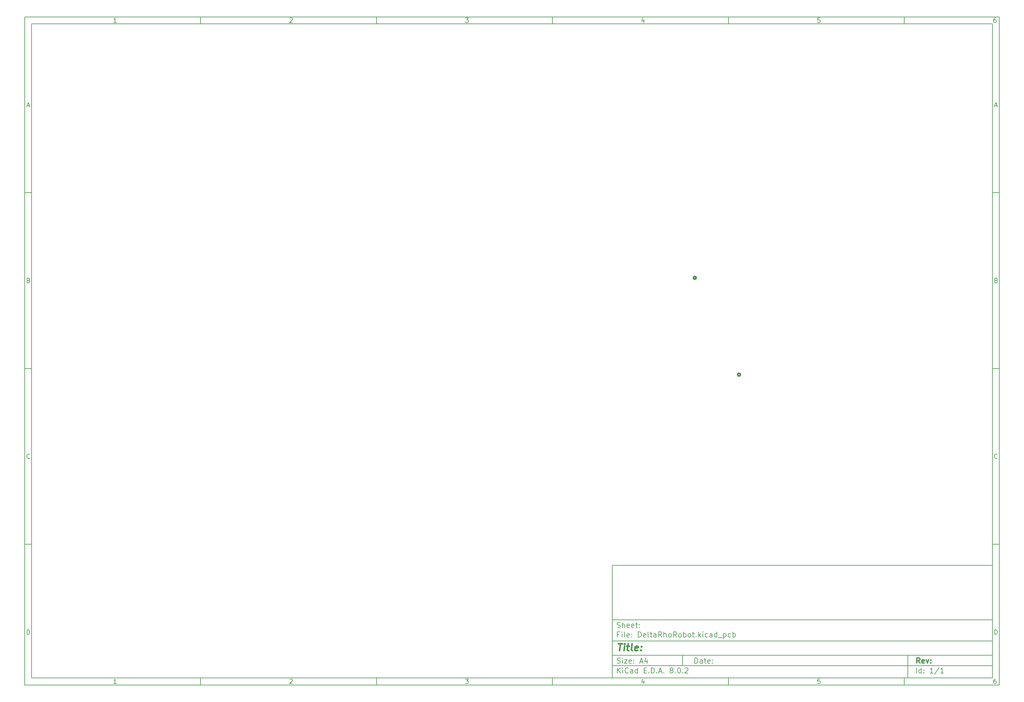
<source format=gbr>
%TF.GenerationSoftware,KiCad,Pcbnew,8.0.2-8.0.2-0~ubuntu22.04.1*%
%TF.CreationDate,2024-05-21T13:10:04-04:00*%
%TF.ProjectId,DeltaRhoRobot,44656c74-6152-4686-9f52-6f626f742e6b,rev?*%
%TF.SameCoordinates,Original*%
%TF.FileFunction,Legend,Bot*%
%TF.FilePolarity,Positive*%
%FSLAX46Y46*%
G04 Gerber Fmt 4.6, Leading zero omitted, Abs format (unit mm)*
G04 Created by KiCad (PCBNEW 8.0.2-8.0.2-0~ubuntu22.04.1) date 2024-05-21 13:10:04*
%MOMM*%
%LPD*%
G01*
G04 APERTURE LIST*
%ADD10C,0.100000*%
%ADD11C,0.150000*%
%ADD12C,0.300000*%
%ADD13C,0.400000*%
%ADD14C,0.508000*%
G04 APERTURE END LIST*
D10*
D11*
X177002200Y-166007200D02*
X285002200Y-166007200D01*
X285002200Y-198007200D01*
X177002200Y-198007200D01*
X177002200Y-166007200D01*
D10*
D11*
X10000000Y-10000000D02*
X287002200Y-10000000D01*
X287002200Y-200007200D01*
X10000000Y-200007200D01*
X10000000Y-10000000D01*
D10*
D11*
X12000000Y-12000000D02*
X285002200Y-12000000D01*
X285002200Y-198007200D01*
X12000000Y-198007200D01*
X12000000Y-12000000D01*
D10*
D11*
X60000000Y-12000000D02*
X60000000Y-10000000D01*
D10*
D11*
X110000000Y-12000000D02*
X110000000Y-10000000D01*
D10*
D11*
X160000000Y-12000000D02*
X160000000Y-10000000D01*
D10*
D11*
X210000000Y-12000000D02*
X210000000Y-10000000D01*
D10*
D11*
X260000000Y-12000000D02*
X260000000Y-10000000D01*
D10*
D11*
X36089160Y-11593604D02*
X35346303Y-11593604D01*
X35717731Y-11593604D02*
X35717731Y-10293604D01*
X35717731Y-10293604D02*
X35593922Y-10479319D01*
X35593922Y-10479319D02*
X35470112Y-10603128D01*
X35470112Y-10603128D02*
X35346303Y-10665033D01*
D10*
D11*
X85346303Y-10417414D02*
X85408207Y-10355509D01*
X85408207Y-10355509D02*
X85532017Y-10293604D01*
X85532017Y-10293604D02*
X85841541Y-10293604D01*
X85841541Y-10293604D02*
X85965350Y-10355509D01*
X85965350Y-10355509D02*
X86027255Y-10417414D01*
X86027255Y-10417414D02*
X86089160Y-10541223D01*
X86089160Y-10541223D02*
X86089160Y-10665033D01*
X86089160Y-10665033D02*
X86027255Y-10850747D01*
X86027255Y-10850747D02*
X85284398Y-11593604D01*
X85284398Y-11593604D02*
X86089160Y-11593604D01*
D10*
D11*
X135284398Y-10293604D02*
X136089160Y-10293604D01*
X136089160Y-10293604D02*
X135655826Y-10788842D01*
X135655826Y-10788842D02*
X135841541Y-10788842D01*
X135841541Y-10788842D02*
X135965350Y-10850747D01*
X135965350Y-10850747D02*
X136027255Y-10912652D01*
X136027255Y-10912652D02*
X136089160Y-11036461D01*
X136089160Y-11036461D02*
X136089160Y-11345985D01*
X136089160Y-11345985D02*
X136027255Y-11469795D01*
X136027255Y-11469795D02*
X135965350Y-11531700D01*
X135965350Y-11531700D02*
X135841541Y-11593604D01*
X135841541Y-11593604D02*
X135470112Y-11593604D01*
X135470112Y-11593604D02*
X135346303Y-11531700D01*
X135346303Y-11531700D02*
X135284398Y-11469795D01*
D10*
D11*
X185965350Y-10726938D02*
X185965350Y-11593604D01*
X185655826Y-10231700D02*
X185346303Y-11160271D01*
X185346303Y-11160271D02*
X186151064Y-11160271D01*
D10*
D11*
X236027255Y-10293604D02*
X235408207Y-10293604D01*
X235408207Y-10293604D02*
X235346303Y-10912652D01*
X235346303Y-10912652D02*
X235408207Y-10850747D01*
X235408207Y-10850747D02*
X235532017Y-10788842D01*
X235532017Y-10788842D02*
X235841541Y-10788842D01*
X235841541Y-10788842D02*
X235965350Y-10850747D01*
X235965350Y-10850747D02*
X236027255Y-10912652D01*
X236027255Y-10912652D02*
X236089160Y-11036461D01*
X236089160Y-11036461D02*
X236089160Y-11345985D01*
X236089160Y-11345985D02*
X236027255Y-11469795D01*
X236027255Y-11469795D02*
X235965350Y-11531700D01*
X235965350Y-11531700D02*
X235841541Y-11593604D01*
X235841541Y-11593604D02*
X235532017Y-11593604D01*
X235532017Y-11593604D02*
X235408207Y-11531700D01*
X235408207Y-11531700D02*
X235346303Y-11469795D01*
D10*
D11*
X285965350Y-10293604D02*
X285717731Y-10293604D01*
X285717731Y-10293604D02*
X285593922Y-10355509D01*
X285593922Y-10355509D02*
X285532017Y-10417414D01*
X285532017Y-10417414D02*
X285408207Y-10603128D01*
X285408207Y-10603128D02*
X285346303Y-10850747D01*
X285346303Y-10850747D02*
X285346303Y-11345985D01*
X285346303Y-11345985D02*
X285408207Y-11469795D01*
X285408207Y-11469795D02*
X285470112Y-11531700D01*
X285470112Y-11531700D02*
X285593922Y-11593604D01*
X285593922Y-11593604D02*
X285841541Y-11593604D01*
X285841541Y-11593604D02*
X285965350Y-11531700D01*
X285965350Y-11531700D02*
X286027255Y-11469795D01*
X286027255Y-11469795D02*
X286089160Y-11345985D01*
X286089160Y-11345985D02*
X286089160Y-11036461D01*
X286089160Y-11036461D02*
X286027255Y-10912652D01*
X286027255Y-10912652D02*
X285965350Y-10850747D01*
X285965350Y-10850747D02*
X285841541Y-10788842D01*
X285841541Y-10788842D02*
X285593922Y-10788842D01*
X285593922Y-10788842D02*
X285470112Y-10850747D01*
X285470112Y-10850747D02*
X285408207Y-10912652D01*
X285408207Y-10912652D02*
X285346303Y-11036461D01*
D10*
D11*
X60000000Y-198007200D02*
X60000000Y-200007200D01*
D10*
D11*
X110000000Y-198007200D02*
X110000000Y-200007200D01*
D10*
D11*
X160000000Y-198007200D02*
X160000000Y-200007200D01*
D10*
D11*
X210000000Y-198007200D02*
X210000000Y-200007200D01*
D10*
D11*
X260000000Y-198007200D02*
X260000000Y-200007200D01*
D10*
D11*
X36089160Y-199600804D02*
X35346303Y-199600804D01*
X35717731Y-199600804D02*
X35717731Y-198300804D01*
X35717731Y-198300804D02*
X35593922Y-198486519D01*
X35593922Y-198486519D02*
X35470112Y-198610328D01*
X35470112Y-198610328D02*
X35346303Y-198672233D01*
D10*
D11*
X85346303Y-198424614D02*
X85408207Y-198362709D01*
X85408207Y-198362709D02*
X85532017Y-198300804D01*
X85532017Y-198300804D02*
X85841541Y-198300804D01*
X85841541Y-198300804D02*
X85965350Y-198362709D01*
X85965350Y-198362709D02*
X86027255Y-198424614D01*
X86027255Y-198424614D02*
X86089160Y-198548423D01*
X86089160Y-198548423D02*
X86089160Y-198672233D01*
X86089160Y-198672233D02*
X86027255Y-198857947D01*
X86027255Y-198857947D02*
X85284398Y-199600804D01*
X85284398Y-199600804D02*
X86089160Y-199600804D01*
D10*
D11*
X135284398Y-198300804D02*
X136089160Y-198300804D01*
X136089160Y-198300804D02*
X135655826Y-198796042D01*
X135655826Y-198796042D02*
X135841541Y-198796042D01*
X135841541Y-198796042D02*
X135965350Y-198857947D01*
X135965350Y-198857947D02*
X136027255Y-198919852D01*
X136027255Y-198919852D02*
X136089160Y-199043661D01*
X136089160Y-199043661D02*
X136089160Y-199353185D01*
X136089160Y-199353185D02*
X136027255Y-199476995D01*
X136027255Y-199476995D02*
X135965350Y-199538900D01*
X135965350Y-199538900D02*
X135841541Y-199600804D01*
X135841541Y-199600804D02*
X135470112Y-199600804D01*
X135470112Y-199600804D02*
X135346303Y-199538900D01*
X135346303Y-199538900D02*
X135284398Y-199476995D01*
D10*
D11*
X185965350Y-198734138D02*
X185965350Y-199600804D01*
X185655826Y-198238900D02*
X185346303Y-199167471D01*
X185346303Y-199167471D02*
X186151064Y-199167471D01*
D10*
D11*
X236027255Y-198300804D02*
X235408207Y-198300804D01*
X235408207Y-198300804D02*
X235346303Y-198919852D01*
X235346303Y-198919852D02*
X235408207Y-198857947D01*
X235408207Y-198857947D02*
X235532017Y-198796042D01*
X235532017Y-198796042D02*
X235841541Y-198796042D01*
X235841541Y-198796042D02*
X235965350Y-198857947D01*
X235965350Y-198857947D02*
X236027255Y-198919852D01*
X236027255Y-198919852D02*
X236089160Y-199043661D01*
X236089160Y-199043661D02*
X236089160Y-199353185D01*
X236089160Y-199353185D02*
X236027255Y-199476995D01*
X236027255Y-199476995D02*
X235965350Y-199538900D01*
X235965350Y-199538900D02*
X235841541Y-199600804D01*
X235841541Y-199600804D02*
X235532017Y-199600804D01*
X235532017Y-199600804D02*
X235408207Y-199538900D01*
X235408207Y-199538900D02*
X235346303Y-199476995D01*
D10*
D11*
X285965350Y-198300804D02*
X285717731Y-198300804D01*
X285717731Y-198300804D02*
X285593922Y-198362709D01*
X285593922Y-198362709D02*
X285532017Y-198424614D01*
X285532017Y-198424614D02*
X285408207Y-198610328D01*
X285408207Y-198610328D02*
X285346303Y-198857947D01*
X285346303Y-198857947D02*
X285346303Y-199353185D01*
X285346303Y-199353185D02*
X285408207Y-199476995D01*
X285408207Y-199476995D02*
X285470112Y-199538900D01*
X285470112Y-199538900D02*
X285593922Y-199600804D01*
X285593922Y-199600804D02*
X285841541Y-199600804D01*
X285841541Y-199600804D02*
X285965350Y-199538900D01*
X285965350Y-199538900D02*
X286027255Y-199476995D01*
X286027255Y-199476995D02*
X286089160Y-199353185D01*
X286089160Y-199353185D02*
X286089160Y-199043661D01*
X286089160Y-199043661D02*
X286027255Y-198919852D01*
X286027255Y-198919852D02*
X285965350Y-198857947D01*
X285965350Y-198857947D02*
X285841541Y-198796042D01*
X285841541Y-198796042D02*
X285593922Y-198796042D01*
X285593922Y-198796042D02*
X285470112Y-198857947D01*
X285470112Y-198857947D02*
X285408207Y-198919852D01*
X285408207Y-198919852D02*
X285346303Y-199043661D01*
D10*
D11*
X10000000Y-60000000D02*
X12000000Y-60000000D01*
D10*
D11*
X10000000Y-110000000D02*
X12000000Y-110000000D01*
D10*
D11*
X10000000Y-160000000D02*
X12000000Y-160000000D01*
D10*
D11*
X10690476Y-35222176D02*
X11309523Y-35222176D01*
X10566666Y-35593604D02*
X10999999Y-34293604D01*
X10999999Y-34293604D02*
X11433333Y-35593604D01*
D10*
D11*
X11092857Y-84912652D02*
X11278571Y-84974557D01*
X11278571Y-84974557D02*
X11340476Y-85036461D01*
X11340476Y-85036461D02*
X11402380Y-85160271D01*
X11402380Y-85160271D02*
X11402380Y-85345985D01*
X11402380Y-85345985D02*
X11340476Y-85469795D01*
X11340476Y-85469795D02*
X11278571Y-85531700D01*
X11278571Y-85531700D02*
X11154761Y-85593604D01*
X11154761Y-85593604D02*
X10659523Y-85593604D01*
X10659523Y-85593604D02*
X10659523Y-84293604D01*
X10659523Y-84293604D02*
X11092857Y-84293604D01*
X11092857Y-84293604D02*
X11216666Y-84355509D01*
X11216666Y-84355509D02*
X11278571Y-84417414D01*
X11278571Y-84417414D02*
X11340476Y-84541223D01*
X11340476Y-84541223D02*
X11340476Y-84665033D01*
X11340476Y-84665033D02*
X11278571Y-84788842D01*
X11278571Y-84788842D02*
X11216666Y-84850747D01*
X11216666Y-84850747D02*
X11092857Y-84912652D01*
X11092857Y-84912652D02*
X10659523Y-84912652D01*
D10*
D11*
X11402380Y-135469795D02*
X11340476Y-135531700D01*
X11340476Y-135531700D02*
X11154761Y-135593604D01*
X11154761Y-135593604D02*
X11030952Y-135593604D01*
X11030952Y-135593604D02*
X10845238Y-135531700D01*
X10845238Y-135531700D02*
X10721428Y-135407890D01*
X10721428Y-135407890D02*
X10659523Y-135284080D01*
X10659523Y-135284080D02*
X10597619Y-135036461D01*
X10597619Y-135036461D02*
X10597619Y-134850747D01*
X10597619Y-134850747D02*
X10659523Y-134603128D01*
X10659523Y-134603128D02*
X10721428Y-134479319D01*
X10721428Y-134479319D02*
X10845238Y-134355509D01*
X10845238Y-134355509D02*
X11030952Y-134293604D01*
X11030952Y-134293604D02*
X11154761Y-134293604D01*
X11154761Y-134293604D02*
X11340476Y-134355509D01*
X11340476Y-134355509D02*
X11402380Y-134417414D01*
D10*
D11*
X10659523Y-185593604D02*
X10659523Y-184293604D01*
X10659523Y-184293604D02*
X10969047Y-184293604D01*
X10969047Y-184293604D02*
X11154761Y-184355509D01*
X11154761Y-184355509D02*
X11278571Y-184479319D01*
X11278571Y-184479319D02*
X11340476Y-184603128D01*
X11340476Y-184603128D02*
X11402380Y-184850747D01*
X11402380Y-184850747D02*
X11402380Y-185036461D01*
X11402380Y-185036461D02*
X11340476Y-185284080D01*
X11340476Y-185284080D02*
X11278571Y-185407890D01*
X11278571Y-185407890D02*
X11154761Y-185531700D01*
X11154761Y-185531700D02*
X10969047Y-185593604D01*
X10969047Y-185593604D02*
X10659523Y-185593604D01*
D10*
D11*
X287002200Y-60000000D02*
X285002200Y-60000000D01*
D10*
D11*
X287002200Y-110000000D02*
X285002200Y-110000000D01*
D10*
D11*
X287002200Y-160000000D02*
X285002200Y-160000000D01*
D10*
D11*
X285692676Y-35222176D02*
X286311723Y-35222176D01*
X285568866Y-35593604D02*
X286002199Y-34293604D01*
X286002199Y-34293604D02*
X286435533Y-35593604D01*
D10*
D11*
X286095057Y-84912652D02*
X286280771Y-84974557D01*
X286280771Y-84974557D02*
X286342676Y-85036461D01*
X286342676Y-85036461D02*
X286404580Y-85160271D01*
X286404580Y-85160271D02*
X286404580Y-85345985D01*
X286404580Y-85345985D02*
X286342676Y-85469795D01*
X286342676Y-85469795D02*
X286280771Y-85531700D01*
X286280771Y-85531700D02*
X286156961Y-85593604D01*
X286156961Y-85593604D02*
X285661723Y-85593604D01*
X285661723Y-85593604D02*
X285661723Y-84293604D01*
X285661723Y-84293604D02*
X286095057Y-84293604D01*
X286095057Y-84293604D02*
X286218866Y-84355509D01*
X286218866Y-84355509D02*
X286280771Y-84417414D01*
X286280771Y-84417414D02*
X286342676Y-84541223D01*
X286342676Y-84541223D02*
X286342676Y-84665033D01*
X286342676Y-84665033D02*
X286280771Y-84788842D01*
X286280771Y-84788842D02*
X286218866Y-84850747D01*
X286218866Y-84850747D02*
X286095057Y-84912652D01*
X286095057Y-84912652D02*
X285661723Y-84912652D01*
D10*
D11*
X286404580Y-135469795D02*
X286342676Y-135531700D01*
X286342676Y-135531700D02*
X286156961Y-135593604D01*
X286156961Y-135593604D02*
X286033152Y-135593604D01*
X286033152Y-135593604D02*
X285847438Y-135531700D01*
X285847438Y-135531700D02*
X285723628Y-135407890D01*
X285723628Y-135407890D02*
X285661723Y-135284080D01*
X285661723Y-135284080D02*
X285599819Y-135036461D01*
X285599819Y-135036461D02*
X285599819Y-134850747D01*
X285599819Y-134850747D02*
X285661723Y-134603128D01*
X285661723Y-134603128D02*
X285723628Y-134479319D01*
X285723628Y-134479319D02*
X285847438Y-134355509D01*
X285847438Y-134355509D02*
X286033152Y-134293604D01*
X286033152Y-134293604D02*
X286156961Y-134293604D01*
X286156961Y-134293604D02*
X286342676Y-134355509D01*
X286342676Y-134355509D02*
X286404580Y-134417414D01*
D10*
D11*
X285661723Y-185593604D02*
X285661723Y-184293604D01*
X285661723Y-184293604D02*
X285971247Y-184293604D01*
X285971247Y-184293604D02*
X286156961Y-184355509D01*
X286156961Y-184355509D02*
X286280771Y-184479319D01*
X286280771Y-184479319D02*
X286342676Y-184603128D01*
X286342676Y-184603128D02*
X286404580Y-184850747D01*
X286404580Y-184850747D02*
X286404580Y-185036461D01*
X286404580Y-185036461D02*
X286342676Y-185284080D01*
X286342676Y-185284080D02*
X286280771Y-185407890D01*
X286280771Y-185407890D02*
X286156961Y-185531700D01*
X286156961Y-185531700D02*
X285971247Y-185593604D01*
X285971247Y-185593604D02*
X285661723Y-185593604D01*
D10*
D11*
X200458026Y-193793328D02*
X200458026Y-192293328D01*
X200458026Y-192293328D02*
X200815169Y-192293328D01*
X200815169Y-192293328D02*
X201029455Y-192364757D01*
X201029455Y-192364757D02*
X201172312Y-192507614D01*
X201172312Y-192507614D02*
X201243741Y-192650471D01*
X201243741Y-192650471D02*
X201315169Y-192936185D01*
X201315169Y-192936185D02*
X201315169Y-193150471D01*
X201315169Y-193150471D02*
X201243741Y-193436185D01*
X201243741Y-193436185D02*
X201172312Y-193579042D01*
X201172312Y-193579042D02*
X201029455Y-193721900D01*
X201029455Y-193721900D02*
X200815169Y-193793328D01*
X200815169Y-193793328D02*
X200458026Y-193793328D01*
X202600884Y-193793328D02*
X202600884Y-193007614D01*
X202600884Y-193007614D02*
X202529455Y-192864757D01*
X202529455Y-192864757D02*
X202386598Y-192793328D01*
X202386598Y-192793328D02*
X202100884Y-192793328D01*
X202100884Y-192793328D02*
X201958026Y-192864757D01*
X202600884Y-193721900D02*
X202458026Y-193793328D01*
X202458026Y-193793328D02*
X202100884Y-193793328D01*
X202100884Y-193793328D02*
X201958026Y-193721900D01*
X201958026Y-193721900D02*
X201886598Y-193579042D01*
X201886598Y-193579042D02*
X201886598Y-193436185D01*
X201886598Y-193436185D02*
X201958026Y-193293328D01*
X201958026Y-193293328D02*
X202100884Y-193221900D01*
X202100884Y-193221900D02*
X202458026Y-193221900D01*
X202458026Y-193221900D02*
X202600884Y-193150471D01*
X203100884Y-192793328D02*
X203672312Y-192793328D01*
X203315169Y-192293328D02*
X203315169Y-193579042D01*
X203315169Y-193579042D02*
X203386598Y-193721900D01*
X203386598Y-193721900D02*
X203529455Y-193793328D01*
X203529455Y-193793328D02*
X203672312Y-193793328D01*
X204743741Y-193721900D02*
X204600884Y-193793328D01*
X204600884Y-193793328D02*
X204315170Y-193793328D01*
X204315170Y-193793328D02*
X204172312Y-193721900D01*
X204172312Y-193721900D02*
X204100884Y-193579042D01*
X204100884Y-193579042D02*
X204100884Y-193007614D01*
X204100884Y-193007614D02*
X204172312Y-192864757D01*
X204172312Y-192864757D02*
X204315170Y-192793328D01*
X204315170Y-192793328D02*
X204600884Y-192793328D01*
X204600884Y-192793328D02*
X204743741Y-192864757D01*
X204743741Y-192864757D02*
X204815170Y-193007614D01*
X204815170Y-193007614D02*
X204815170Y-193150471D01*
X204815170Y-193150471D02*
X204100884Y-193293328D01*
X205458026Y-193650471D02*
X205529455Y-193721900D01*
X205529455Y-193721900D02*
X205458026Y-193793328D01*
X205458026Y-193793328D02*
X205386598Y-193721900D01*
X205386598Y-193721900D02*
X205458026Y-193650471D01*
X205458026Y-193650471D02*
X205458026Y-193793328D01*
X205458026Y-192864757D02*
X205529455Y-192936185D01*
X205529455Y-192936185D02*
X205458026Y-193007614D01*
X205458026Y-193007614D02*
X205386598Y-192936185D01*
X205386598Y-192936185D02*
X205458026Y-192864757D01*
X205458026Y-192864757D02*
X205458026Y-193007614D01*
D10*
D11*
X177002200Y-194507200D02*
X285002200Y-194507200D01*
D10*
D11*
X178458026Y-196593328D02*
X178458026Y-195093328D01*
X179315169Y-196593328D02*
X178672312Y-195736185D01*
X179315169Y-195093328D02*
X178458026Y-195950471D01*
X179958026Y-196593328D02*
X179958026Y-195593328D01*
X179958026Y-195093328D02*
X179886598Y-195164757D01*
X179886598Y-195164757D02*
X179958026Y-195236185D01*
X179958026Y-195236185D02*
X180029455Y-195164757D01*
X180029455Y-195164757D02*
X179958026Y-195093328D01*
X179958026Y-195093328D02*
X179958026Y-195236185D01*
X181529455Y-196450471D02*
X181458027Y-196521900D01*
X181458027Y-196521900D02*
X181243741Y-196593328D01*
X181243741Y-196593328D02*
X181100884Y-196593328D01*
X181100884Y-196593328D02*
X180886598Y-196521900D01*
X180886598Y-196521900D02*
X180743741Y-196379042D01*
X180743741Y-196379042D02*
X180672312Y-196236185D01*
X180672312Y-196236185D02*
X180600884Y-195950471D01*
X180600884Y-195950471D02*
X180600884Y-195736185D01*
X180600884Y-195736185D02*
X180672312Y-195450471D01*
X180672312Y-195450471D02*
X180743741Y-195307614D01*
X180743741Y-195307614D02*
X180886598Y-195164757D01*
X180886598Y-195164757D02*
X181100884Y-195093328D01*
X181100884Y-195093328D02*
X181243741Y-195093328D01*
X181243741Y-195093328D02*
X181458027Y-195164757D01*
X181458027Y-195164757D02*
X181529455Y-195236185D01*
X182815170Y-196593328D02*
X182815170Y-195807614D01*
X182815170Y-195807614D02*
X182743741Y-195664757D01*
X182743741Y-195664757D02*
X182600884Y-195593328D01*
X182600884Y-195593328D02*
X182315170Y-195593328D01*
X182315170Y-195593328D02*
X182172312Y-195664757D01*
X182815170Y-196521900D02*
X182672312Y-196593328D01*
X182672312Y-196593328D02*
X182315170Y-196593328D01*
X182315170Y-196593328D02*
X182172312Y-196521900D01*
X182172312Y-196521900D02*
X182100884Y-196379042D01*
X182100884Y-196379042D02*
X182100884Y-196236185D01*
X182100884Y-196236185D02*
X182172312Y-196093328D01*
X182172312Y-196093328D02*
X182315170Y-196021900D01*
X182315170Y-196021900D02*
X182672312Y-196021900D01*
X182672312Y-196021900D02*
X182815170Y-195950471D01*
X184172313Y-196593328D02*
X184172313Y-195093328D01*
X184172313Y-196521900D02*
X184029455Y-196593328D01*
X184029455Y-196593328D02*
X183743741Y-196593328D01*
X183743741Y-196593328D02*
X183600884Y-196521900D01*
X183600884Y-196521900D02*
X183529455Y-196450471D01*
X183529455Y-196450471D02*
X183458027Y-196307614D01*
X183458027Y-196307614D02*
X183458027Y-195879042D01*
X183458027Y-195879042D02*
X183529455Y-195736185D01*
X183529455Y-195736185D02*
X183600884Y-195664757D01*
X183600884Y-195664757D02*
X183743741Y-195593328D01*
X183743741Y-195593328D02*
X184029455Y-195593328D01*
X184029455Y-195593328D02*
X184172313Y-195664757D01*
X186029455Y-195807614D02*
X186529455Y-195807614D01*
X186743741Y-196593328D02*
X186029455Y-196593328D01*
X186029455Y-196593328D02*
X186029455Y-195093328D01*
X186029455Y-195093328D02*
X186743741Y-195093328D01*
X187386598Y-196450471D02*
X187458027Y-196521900D01*
X187458027Y-196521900D02*
X187386598Y-196593328D01*
X187386598Y-196593328D02*
X187315170Y-196521900D01*
X187315170Y-196521900D02*
X187386598Y-196450471D01*
X187386598Y-196450471D02*
X187386598Y-196593328D01*
X188100884Y-196593328D02*
X188100884Y-195093328D01*
X188100884Y-195093328D02*
X188458027Y-195093328D01*
X188458027Y-195093328D02*
X188672313Y-195164757D01*
X188672313Y-195164757D02*
X188815170Y-195307614D01*
X188815170Y-195307614D02*
X188886599Y-195450471D01*
X188886599Y-195450471D02*
X188958027Y-195736185D01*
X188958027Y-195736185D02*
X188958027Y-195950471D01*
X188958027Y-195950471D02*
X188886599Y-196236185D01*
X188886599Y-196236185D02*
X188815170Y-196379042D01*
X188815170Y-196379042D02*
X188672313Y-196521900D01*
X188672313Y-196521900D02*
X188458027Y-196593328D01*
X188458027Y-196593328D02*
X188100884Y-196593328D01*
X189600884Y-196450471D02*
X189672313Y-196521900D01*
X189672313Y-196521900D02*
X189600884Y-196593328D01*
X189600884Y-196593328D02*
X189529456Y-196521900D01*
X189529456Y-196521900D02*
X189600884Y-196450471D01*
X189600884Y-196450471D02*
X189600884Y-196593328D01*
X190243742Y-196164757D02*
X190958028Y-196164757D01*
X190100885Y-196593328D02*
X190600885Y-195093328D01*
X190600885Y-195093328D02*
X191100885Y-196593328D01*
X191600884Y-196450471D02*
X191672313Y-196521900D01*
X191672313Y-196521900D02*
X191600884Y-196593328D01*
X191600884Y-196593328D02*
X191529456Y-196521900D01*
X191529456Y-196521900D02*
X191600884Y-196450471D01*
X191600884Y-196450471D02*
X191600884Y-196593328D01*
X193672313Y-195736185D02*
X193529456Y-195664757D01*
X193529456Y-195664757D02*
X193458027Y-195593328D01*
X193458027Y-195593328D02*
X193386599Y-195450471D01*
X193386599Y-195450471D02*
X193386599Y-195379042D01*
X193386599Y-195379042D02*
X193458027Y-195236185D01*
X193458027Y-195236185D02*
X193529456Y-195164757D01*
X193529456Y-195164757D02*
X193672313Y-195093328D01*
X193672313Y-195093328D02*
X193958027Y-195093328D01*
X193958027Y-195093328D02*
X194100885Y-195164757D01*
X194100885Y-195164757D02*
X194172313Y-195236185D01*
X194172313Y-195236185D02*
X194243742Y-195379042D01*
X194243742Y-195379042D02*
X194243742Y-195450471D01*
X194243742Y-195450471D02*
X194172313Y-195593328D01*
X194172313Y-195593328D02*
X194100885Y-195664757D01*
X194100885Y-195664757D02*
X193958027Y-195736185D01*
X193958027Y-195736185D02*
X193672313Y-195736185D01*
X193672313Y-195736185D02*
X193529456Y-195807614D01*
X193529456Y-195807614D02*
X193458027Y-195879042D01*
X193458027Y-195879042D02*
X193386599Y-196021900D01*
X193386599Y-196021900D02*
X193386599Y-196307614D01*
X193386599Y-196307614D02*
X193458027Y-196450471D01*
X193458027Y-196450471D02*
X193529456Y-196521900D01*
X193529456Y-196521900D02*
X193672313Y-196593328D01*
X193672313Y-196593328D02*
X193958027Y-196593328D01*
X193958027Y-196593328D02*
X194100885Y-196521900D01*
X194100885Y-196521900D02*
X194172313Y-196450471D01*
X194172313Y-196450471D02*
X194243742Y-196307614D01*
X194243742Y-196307614D02*
X194243742Y-196021900D01*
X194243742Y-196021900D02*
X194172313Y-195879042D01*
X194172313Y-195879042D02*
X194100885Y-195807614D01*
X194100885Y-195807614D02*
X193958027Y-195736185D01*
X194886598Y-196450471D02*
X194958027Y-196521900D01*
X194958027Y-196521900D02*
X194886598Y-196593328D01*
X194886598Y-196593328D02*
X194815170Y-196521900D01*
X194815170Y-196521900D02*
X194886598Y-196450471D01*
X194886598Y-196450471D02*
X194886598Y-196593328D01*
X195886599Y-195093328D02*
X196029456Y-195093328D01*
X196029456Y-195093328D02*
X196172313Y-195164757D01*
X196172313Y-195164757D02*
X196243742Y-195236185D01*
X196243742Y-195236185D02*
X196315170Y-195379042D01*
X196315170Y-195379042D02*
X196386599Y-195664757D01*
X196386599Y-195664757D02*
X196386599Y-196021900D01*
X196386599Y-196021900D02*
X196315170Y-196307614D01*
X196315170Y-196307614D02*
X196243742Y-196450471D01*
X196243742Y-196450471D02*
X196172313Y-196521900D01*
X196172313Y-196521900D02*
X196029456Y-196593328D01*
X196029456Y-196593328D02*
X195886599Y-196593328D01*
X195886599Y-196593328D02*
X195743742Y-196521900D01*
X195743742Y-196521900D02*
X195672313Y-196450471D01*
X195672313Y-196450471D02*
X195600884Y-196307614D01*
X195600884Y-196307614D02*
X195529456Y-196021900D01*
X195529456Y-196021900D02*
X195529456Y-195664757D01*
X195529456Y-195664757D02*
X195600884Y-195379042D01*
X195600884Y-195379042D02*
X195672313Y-195236185D01*
X195672313Y-195236185D02*
X195743742Y-195164757D01*
X195743742Y-195164757D02*
X195886599Y-195093328D01*
X197029455Y-196450471D02*
X197100884Y-196521900D01*
X197100884Y-196521900D02*
X197029455Y-196593328D01*
X197029455Y-196593328D02*
X196958027Y-196521900D01*
X196958027Y-196521900D02*
X197029455Y-196450471D01*
X197029455Y-196450471D02*
X197029455Y-196593328D01*
X197672313Y-195236185D02*
X197743741Y-195164757D01*
X197743741Y-195164757D02*
X197886599Y-195093328D01*
X197886599Y-195093328D02*
X198243741Y-195093328D01*
X198243741Y-195093328D02*
X198386599Y-195164757D01*
X198386599Y-195164757D02*
X198458027Y-195236185D01*
X198458027Y-195236185D02*
X198529456Y-195379042D01*
X198529456Y-195379042D02*
X198529456Y-195521900D01*
X198529456Y-195521900D02*
X198458027Y-195736185D01*
X198458027Y-195736185D02*
X197600884Y-196593328D01*
X197600884Y-196593328D02*
X198529456Y-196593328D01*
D10*
D11*
X177002200Y-191507200D02*
X285002200Y-191507200D01*
D10*
D12*
X264413853Y-193785528D02*
X263913853Y-193071242D01*
X263556710Y-193785528D02*
X263556710Y-192285528D01*
X263556710Y-192285528D02*
X264128139Y-192285528D01*
X264128139Y-192285528D02*
X264270996Y-192356957D01*
X264270996Y-192356957D02*
X264342425Y-192428385D01*
X264342425Y-192428385D02*
X264413853Y-192571242D01*
X264413853Y-192571242D02*
X264413853Y-192785528D01*
X264413853Y-192785528D02*
X264342425Y-192928385D01*
X264342425Y-192928385D02*
X264270996Y-192999814D01*
X264270996Y-192999814D02*
X264128139Y-193071242D01*
X264128139Y-193071242D02*
X263556710Y-193071242D01*
X265628139Y-193714100D02*
X265485282Y-193785528D01*
X265485282Y-193785528D02*
X265199568Y-193785528D01*
X265199568Y-193785528D02*
X265056710Y-193714100D01*
X265056710Y-193714100D02*
X264985282Y-193571242D01*
X264985282Y-193571242D02*
X264985282Y-192999814D01*
X264985282Y-192999814D02*
X265056710Y-192856957D01*
X265056710Y-192856957D02*
X265199568Y-192785528D01*
X265199568Y-192785528D02*
X265485282Y-192785528D01*
X265485282Y-192785528D02*
X265628139Y-192856957D01*
X265628139Y-192856957D02*
X265699568Y-192999814D01*
X265699568Y-192999814D02*
X265699568Y-193142671D01*
X265699568Y-193142671D02*
X264985282Y-193285528D01*
X266199567Y-192785528D02*
X266556710Y-193785528D01*
X266556710Y-193785528D02*
X266913853Y-192785528D01*
X267485281Y-193642671D02*
X267556710Y-193714100D01*
X267556710Y-193714100D02*
X267485281Y-193785528D01*
X267485281Y-193785528D02*
X267413853Y-193714100D01*
X267413853Y-193714100D02*
X267485281Y-193642671D01*
X267485281Y-193642671D02*
X267485281Y-193785528D01*
X267485281Y-192856957D02*
X267556710Y-192928385D01*
X267556710Y-192928385D02*
X267485281Y-192999814D01*
X267485281Y-192999814D02*
X267413853Y-192928385D01*
X267413853Y-192928385D02*
X267485281Y-192856957D01*
X267485281Y-192856957D02*
X267485281Y-192999814D01*
D10*
D11*
X178386598Y-193721900D02*
X178600884Y-193793328D01*
X178600884Y-193793328D02*
X178958026Y-193793328D01*
X178958026Y-193793328D02*
X179100884Y-193721900D01*
X179100884Y-193721900D02*
X179172312Y-193650471D01*
X179172312Y-193650471D02*
X179243741Y-193507614D01*
X179243741Y-193507614D02*
X179243741Y-193364757D01*
X179243741Y-193364757D02*
X179172312Y-193221900D01*
X179172312Y-193221900D02*
X179100884Y-193150471D01*
X179100884Y-193150471D02*
X178958026Y-193079042D01*
X178958026Y-193079042D02*
X178672312Y-193007614D01*
X178672312Y-193007614D02*
X178529455Y-192936185D01*
X178529455Y-192936185D02*
X178458026Y-192864757D01*
X178458026Y-192864757D02*
X178386598Y-192721900D01*
X178386598Y-192721900D02*
X178386598Y-192579042D01*
X178386598Y-192579042D02*
X178458026Y-192436185D01*
X178458026Y-192436185D02*
X178529455Y-192364757D01*
X178529455Y-192364757D02*
X178672312Y-192293328D01*
X178672312Y-192293328D02*
X179029455Y-192293328D01*
X179029455Y-192293328D02*
X179243741Y-192364757D01*
X179886597Y-193793328D02*
X179886597Y-192793328D01*
X179886597Y-192293328D02*
X179815169Y-192364757D01*
X179815169Y-192364757D02*
X179886597Y-192436185D01*
X179886597Y-192436185D02*
X179958026Y-192364757D01*
X179958026Y-192364757D02*
X179886597Y-192293328D01*
X179886597Y-192293328D02*
X179886597Y-192436185D01*
X180458026Y-192793328D02*
X181243741Y-192793328D01*
X181243741Y-192793328D02*
X180458026Y-193793328D01*
X180458026Y-193793328D02*
X181243741Y-193793328D01*
X182386598Y-193721900D02*
X182243741Y-193793328D01*
X182243741Y-193793328D02*
X181958027Y-193793328D01*
X181958027Y-193793328D02*
X181815169Y-193721900D01*
X181815169Y-193721900D02*
X181743741Y-193579042D01*
X181743741Y-193579042D02*
X181743741Y-193007614D01*
X181743741Y-193007614D02*
X181815169Y-192864757D01*
X181815169Y-192864757D02*
X181958027Y-192793328D01*
X181958027Y-192793328D02*
X182243741Y-192793328D01*
X182243741Y-192793328D02*
X182386598Y-192864757D01*
X182386598Y-192864757D02*
X182458027Y-193007614D01*
X182458027Y-193007614D02*
X182458027Y-193150471D01*
X182458027Y-193150471D02*
X181743741Y-193293328D01*
X183100883Y-193650471D02*
X183172312Y-193721900D01*
X183172312Y-193721900D02*
X183100883Y-193793328D01*
X183100883Y-193793328D02*
X183029455Y-193721900D01*
X183029455Y-193721900D02*
X183100883Y-193650471D01*
X183100883Y-193650471D02*
X183100883Y-193793328D01*
X183100883Y-192864757D02*
X183172312Y-192936185D01*
X183172312Y-192936185D02*
X183100883Y-193007614D01*
X183100883Y-193007614D02*
X183029455Y-192936185D01*
X183029455Y-192936185D02*
X183100883Y-192864757D01*
X183100883Y-192864757D02*
X183100883Y-193007614D01*
X184886598Y-193364757D02*
X185600884Y-193364757D01*
X184743741Y-193793328D02*
X185243741Y-192293328D01*
X185243741Y-192293328D02*
X185743741Y-193793328D01*
X186886598Y-192793328D02*
X186886598Y-193793328D01*
X186529455Y-192221900D02*
X186172312Y-193293328D01*
X186172312Y-193293328D02*
X187100883Y-193293328D01*
D10*
D11*
X263458026Y-196593328D02*
X263458026Y-195093328D01*
X264815170Y-196593328D02*
X264815170Y-195093328D01*
X264815170Y-196521900D02*
X264672312Y-196593328D01*
X264672312Y-196593328D02*
X264386598Y-196593328D01*
X264386598Y-196593328D02*
X264243741Y-196521900D01*
X264243741Y-196521900D02*
X264172312Y-196450471D01*
X264172312Y-196450471D02*
X264100884Y-196307614D01*
X264100884Y-196307614D02*
X264100884Y-195879042D01*
X264100884Y-195879042D02*
X264172312Y-195736185D01*
X264172312Y-195736185D02*
X264243741Y-195664757D01*
X264243741Y-195664757D02*
X264386598Y-195593328D01*
X264386598Y-195593328D02*
X264672312Y-195593328D01*
X264672312Y-195593328D02*
X264815170Y-195664757D01*
X265529455Y-196450471D02*
X265600884Y-196521900D01*
X265600884Y-196521900D02*
X265529455Y-196593328D01*
X265529455Y-196593328D02*
X265458027Y-196521900D01*
X265458027Y-196521900D02*
X265529455Y-196450471D01*
X265529455Y-196450471D02*
X265529455Y-196593328D01*
X265529455Y-195664757D02*
X265600884Y-195736185D01*
X265600884Y-195736185D02*
X265529455Y-195807614D01*
X265529455Y-195807614D02*
X265458027Y-195736185D01*
X265458027Y-195736185D02*
X265529455Y-195664757D01*
X265529455Y-195664757D02*
X265529455Y-195807614D01*
X268172313Y-196593328D02*
X267315170Y-196593328D01*
X267743741Y-196593328D02*
X267743741Y-195093328D01*
X267743741Y-195093328D02*
X267600884Y-195307614D01*
X267600884Y-195307614D02*
X267458027Y-195450471D01*
X267458027Y-195450471D02*
X267315170Y-195521900D01*
X269886598Y-195021900D02*
X268600884Y-196950471D01*
X271172313Y-196593328D02*
X270315170Y-196593328D01*
X270743741Y-196593328D02*
X270743741Y-195093328D01*
X270743741Y-195093328D02*
X270600884Y-195307614D01*
X270600884Y-195307614D02*
X270458027Y-195450471D01*
X270458027Y-195450471D02*
X270315170Y-195521900D01*
D10*
D11*
X177002200Y-187507200D02*
X285002200Y-187507200D01*
D10*
D13*
X178693928Y-188211638D02*
X179836785Y-188211638D01*
X179015357Y-190211638D02*
X179265357Y-188211638D01*
X180253452Y-190211638D02*
X180420119Y-188878304D01*
X180503452Y-188211638D02*
X180396309Y-188306876D01*
X180396309Y-188306876D02*
X180479643Y-188402114D01*
X180479643Y-188402114D02*
X180586786Y-188306876D01*
X180586786Y-188306876D02*
X180503452Y-188211638D01*
X180503452Y-188211638D02*
X180479643Y-188402114D01*
X181086786Y-188878304D02*
X181848690Y-188878304D01*
X181455833Y-188211638D02*
X181241548Y-189925923D01*
X181241548Y-189925923D02*
X181312976Y-190116400D01*
X181312976Y-190116400D02*
X181491548Y-190211638D01*
X181491548Y-190211638D02*
X181682024Y-190211638D01*
X182634405Y-190211638D02*
X182455833Y-190116400D01*
X182455833Y-190116400D02*
X182384405Y-189925923D01*
X182384405Y-189925923D02*
X182598690Y-188211638D01*
X184170119Y-190116400D02*
X183967738Y-190211638D01*
X183967738Y-190211638D02*
X183586785Y-190211638D01*
X183586785Y-190211638D02*
X183408214Y-190116400D01*
X183408214Y-190116400D02*
X183336785Y-189925923D01*
X183336785Y-189925923D02*
X183432024Y-189164019D01*
X183432024Y-189164019D02*
X183551071Y-188973542D01*
X183551071Y-188973542D02*
X183753452Y-188878304D01*
X183753452Y-188878304D02*
X184134404Y-188878304D01*
X184134404Y-188878304D02*
X184312976Y-188973542D01*
X184312976Y-188973542D02*
X184384404Y-189164019D01*
X184384404Y-189164019D02*
X184360595Y-189354495D01*
X184360595Y-189354495D02*
X183384404Y-189544971D01*
X185134405Y-190021161D02*
X185217738Y-190116400D01*
X185217738Y-190116400D02*
X185110595Y-190211638D01*
X185110595Y-190211638D02*
X185027262Y-190116400D01*
X185027262Y-190116400D02*
X185134405Y-190021161D01*
X185134405Y-190021161D02*
X185110595Y-190211638D01*
X185265357Y-188973542D02*
X185348690Y-189068780D01*
X185348690Y-189068780D02*
X185241548Y-189164019D01*
X185241548Y-189164019D02*
X185158214Y-189068780D01*
X185158214Y-189068780D02*
X185265357Y-188973542D01*
X185265357Y-188973542D02*
X185241548Y-189164019D01*
D10*
D11*
X178958026Y-185607614D02*
X178458026Y-185607614D01*
X178458026Y-186393328D02*
X178458026Y-184893328D01*
X178458026Y-184893328D02*
X179172312Y-184893328D01*
X179743740Y-186393328D02*
X179743740Y-185393328D01*
X179743740Y-184893328D02*
X179672312Y-184964757D01*
X179672312Y-184964757D02*
X179743740Y-185036185D01*
X179743740Y-185036185D02*
X179815169Y-184964757D01*
X179815169Y-184964757D02*
X179743740Y-184893328D01*
X179743740Y-184893328D02*
X179743740Y-185036185D01*
X180672312Y-186393328D02*
X180529455Y-186321900D01*
X180529455Y-186321900D02*
X180458026Y-186179042D01*
X180458026Y-186179042D02*
X180458026Y-184893328D01*
X181815169Y-186321900D02*
X181672312Y-186393328D01*
X181672312Y-186393328D02*
X181386598Y-186393328D01*
X181386598Y-186393328D02*
X181243740Y-186321900D01*
X181243740Y-186321900D02*
X181172312Y-186179042D01*
X181172312Y-186179042D02*
X181172312Y-185607614D01*
X181172312Y-185607614D02*
X181243740Y-185464757D01*
X181243740Y-185464757D02*
X181386598Y-185393328D01*
X181386598Y-185393328D02*
X181672312Y-185393328D01*
X181672312Y-185393328D02*
X181815169Y-185464757D01*
X181815169Y-185464757D02*
X181886598Y-185607614D01*
X181886598Y-185607614D02*
X181886598Y-185750471D01*
X181886598Y-185750471D02*
X181172312Y-185893328D01*
X182529454Y-186250471D02*
X182600883Y-186321900D01*
X182600883Y-186321900D02*
X182529454Y-186393328D01*
X182529454Y-186393328D02*
X182458026Y-186321900D01*
X182458026Y-186321900D02*
X182529454Y-186250471D01*
X182529454Y-186250471D02*
X182529454Y-186393328D01*
X182529454Y-185464757D02*
X182600883Y-185536185D01*
X182600883Y-185536185D02*
X182529454Y-185607614D01*
X182529454Y-185607614D02*
X182458026Y-185536185D01*
X182458026Y-185536185D02*
X182529454Y-185464757D01*
X182529454Y-185464757D02*
X182529454Y-185607614D01*
X184386597Y-186393328D02*
X184386597Y-184893328D01*
X184386597Y-184893328D02*
X184743740Y-184893328D01*
X184743740Y-184893328D02*
X184958026Y-184964757D01*
X184958026Y-184964757D02*
X185100883Y-185107614D01*
X185100883Y-185107614D02*
X185172312Y-185250471D01*
X185172312Y-185250471D02*
X185243740Y-185536185D01*
X185243740Y-185536185D02*
X185243740Y-185750471D01*
X185243740Y-185750471D02*
X185172312Y-186036185D01*
X185172312Y-186036185D02*
X185100883Y-186179042D01*
X185100883Y-186179042D02*
X184958026Y-186321900D01*
X184958026Y-186321900D02*
X184743740Y-186393328D01*
X184743740Y-186393328D02*
X184386597Y-186393328D01*
X186458026Y-186321900D02*
X186315169Y-186393328D01*
X186315169Y-186393328D02*
X186029455Y-186393328D01*
X186029455Y-186393328D02*
X185886597Y-186321900D01*
X185886597Y-186321900D02*
X185815169Y-186179042D01*
X185815169Y-186179042D02*
X185815169Y-185607614D01*
X185815169Y-185607614D02*
X185886597Y-185464757D01*
X185886597Y-185464757D02*
X186029455Y-185393328D01*
X186029455Y-185393328D02*
X186315169Y-185393328D01*
X186315169Y-185393328D02*
X186458026Y-185464757D01*
X186458026Y-185464757D02*
X186529455Y-185607614D01*
X186529455Y-185607614D02*
X186529455Y-185750471D01*
X186529455Y-185750471D02*
X185815169Y-185893328D01*
X187386597Y-186393328D02*
X187243740Y-186321900D01*
X187243740Y-186321900D02*
X187172311Y-186179042D01*
X187172311Y-186179042D02*
X187172311Y-184893328D01*
X187743740Y-185393328D02*
X188315168Y-185393328D01*
X187958025Y-184893328D02*
X187958025Y-186179042D01*
X187958025Y-186179042D02*
X188029454Y-186321900D01*
X188029454Y-186321900D02*
X188172311Y-186393328D01*
X188172311Y-186393328D02*
X188315168Y-186393328D01*
X189458026Y-186393328D02*
X189458026Y-185607614D01*
X189458026Y-185607614D02*
X189386597Y-185464757D01*
X189386597Y-185464757D02*
X189243740Y-185393328D01*
X189243740Y-185393328D02*
X188958026Y-185393328D01*
X188958026Y-185393328D02*
X188815168Y-185464757D01*
X189458026Y-186321900D02*
X189315168Y-186393328D01*
X189315168Y-186393328D02*
X188958026Y-186393328D01*
X188958026Y-186393328D02*
X188815168Y-186321900D01*
X188815168Y-186321900D02*
X188743740Y-186179042D01*
X188743740Y-186179042D02*
X188743740Y-186036185D01*
X188743740Y-186036185D02*
X188815168Y-185893328D01*
X188815168Y-185893328D02*
X188958026Y-185821900D01*
X188958026Y-185821900D02*
X189315168Y-185821900D01*
X189315168Y-185821900D02*
X189458026Y-185750471D01*
X191029454Y-186393328D02*
X190529454Y-185679042D01*
X190172311Y-186393328D02*
X190172311Y-184893328D01*
X190172311Y-184893328D02*
X190743740Y-184893328D01*
X190743740Y-184893328D02*
X190886597Y-184964757D01*
X190886597Y-184964757D02*
X190958026Y-185036185D01*
X190958026Y-185036185D02*
X191029454Y-185179042D01*
X191029454Y-185179042D02*
X191029454Y-185393328D01*
X191029454Y-185393328D02*
X190958026Y-185536185D01*
X190958026Y-185536185D02*
X190886597Y-185607614D01*
X190886597Y-185607614D02*
X190743740Y-185679042D01*
X190743740Y-185679042D02*
X190172311Y-185679042D01*
X191672311Y-186393328D02*
X191672311Y-184893328D01*
X192315169Y-186393328D02*
X192315169Y-185607614D01*
X192315169Y-185607614D02*
X192243740Y-185464757D01*
X192243740Y-185464757D02*
X192100883Y-185393328D01*
X192100883Y-185393328D02*
X191886597Y-185393328D01*
X191886597Y-185393328D02*
X191743740Y-185464757D01*
X191743740Y-185464757D02*
X191672311Y-185536185D01*
X193243740Y-186393328D02*
X193100883Y-186321900D01*
X193100883Y-186321900D02*
X193029454Y-186250471D01*
X193029454Y-186250471D02*
X192958026Y-186107614D01*
X192958026Y-186107614D02*
X192958026Y-185679042D01*
X192958026Y-185679042D02*
X193029454Y-185536185D01*
X193029454Y-185536185D02*
X193100883Y-185464757D01*
X193100883Y-185464757D02*
X193243740Y-185393328D01*
X193243740Y-185393328D02*
X193458026Y-185393328D01*
X193458026Y-185393328D02*
X193600883Y-185464757D01*
X193600883Y-185464757D02*
X193672312Y-185536185D01*
X193672312Y-185536185D02*
X193743740Y-185679042D01*
X193743740Y-185679042D02*
X193743740Y-186107614D01*
X193743740Y-186107614D02*
X193672312Y-186250471D01*
X193672312Y-186250471D02*
X193600883Y-186321900D01*
X193600883Y-186321900D02*
X193458026Y-186393328D01*
X193458026Y-186393328D02*
X193243740Y-186393328D01*
X195243740Y-186393328D02*
X194743740Y-185679042D01*
X194386597Y-186393328D02*
X194386597Y-184893328D01*
X194386597Y-184893328D02*
X194958026Y-184893328D01*
X194958026Y-184893328D02*
X195100883Y-184964757D01*
X195100883Y-184964757D02*
X195172312Y-185036185D01*
X195172312Y-185036185D02*
X195243740Y-185179042D01*
X195243740Y-185179042D02*
X195243740Y-185393328D01*
X195243740Y-185393328D02*
X195172312Y-185536185D01*
X195172312Y-185536185D02*
X195100883Y-185607614D01*
X195100883Y-185607614D02*
X194958026Y-185679042D01*
X194958026Y-185679042D02*
X194386597Y-185679042D01*
X196100883Y-186393328D02*
X195958026Y-186321900D01*
X195958026Y-186321900D02*
X195886597Y-186250471D01*
X195886597Y-186250471D02*
X195815169Y-186107614D01*
X195815169Y-186107614D02*
X195815169Y-185679042D01*
X195815169Y-185679042D02*
X195886597Y-185536185D01*
X195886597Y-185536185D02*
X195958026Y-185464757D01*
X195958026Y-185464757D02*
X196100883Y-185393328D01*
X196100883Y-185393328D02*
X196315169Y-185393328D01*
X196315169Y-185393328D02*
X196458026Y-185464757D01*
X196458026Y-185464757D02*
X196529455Y-185536185D01*
X196529455Y-185536185D02*
X196600883Y-185679042D01*
X196600883Y-185679042D02*
X196600883Y-186107614D01*
X196600883Y-186107614D02*
X196529455Y-186250471D01*
X196529455Y-186250471D02*
X196458026Y-186321900D01*
X196458026Y-186321900D02*
X196315169Y-186393328D01*
X196315169Y-186393328D02*
X196100883Y-186393328D01*
X197243740Y-186393328D02*
X197243740Y-184893328D01*
X197243740Y-185464757D02*
X197386598Y-185393328D01*
X197386598Y-185393328D02*
X197672312Y-185393328D01*
X197672312Y-185393328D02*
X197815169Y-185464757D01*
X197815169Y-185464757D02*
X197886598Y-185536185D01*
X197886598Y-185536185D02*
X197958026Y-185679042D01*
X197958026Y-185679042D02*
X197958026Y-186107614D01*
X197958026Y-186107614D02*
X197886598Y-186250471D01*
X197886598Y-186250471D02*
X197815169Y-186321900D01*
X197815169Y-186321900D02*
X197672312Y-186393328D01*
X197672312Y-186393328D02*
X197386598Y-186393328D01*
X197386598Y-186393328D02*
X197243740Y-186321900D01*
X198815169Y-186393328D02*
X198672312Y-186321900D01*
X198672312Y-186321900D02*
X198600883Y-186250471D01*
X198600883Y-186250471D02*
X198529455Y-186107614D01*
X198529455Y-186107614D02*
X198529455Y-185679042D01*
X198529455Y-185679042D02*
X198600883Y-185536185D01*
X198600883Y-185536185D02*
X198672312Y-185464757D01*
X198672312Y-185464757D02*
X198815169Y-185393328D01*
X198815169Y-185393328D02*
X199029455Y-185393328D01*
X199029455Y-185393328D02*
X199172312Y-185464757D01*
X199172312Y-185464757D02*
X199243741Y-185536185D01*
X199243741Y-185536185D02*
X199315169Y-185679042D01*
X199315169Y-185679042D02*
X199315169Y-186107614D01*
X199315169Y-186107614D02*
X199243741Y-186250471D01*
X199243741Y-186250471D02*
X199172312Y-186321900D01*
X199172312Y-186321900D02*
X199029455Y-186393328D01*
X199029455Y-186393328D02*
X198815169Y-186393328D01*
X199743741Y-185393328D02*
X200315169Y-185393328D01*
X199958026Y-184893328D02*
X199958026Y-186179042D01*
X199958026Y-186179042D02*
X200029455Y-186321900D01*
X200029455Y-186321900D02*
X200172312Y-186393328D01*
X200172312Y-186393328D02*
X200315169Y-186393328D01*
X200815169Y-186250471D02*
X200886598Y-186321900D01*
X200886598Y-186321900D02*
X200815169Y-186393328D01*
X200815169Y-186393328D02*
X200743741Y-186321900D01*
X200743741Y-186321900D02*
X200815169Y-186250471D01*
X200815169Y-186250471D02*
X200815169Y-186393328D01*
X201529455Y-186393328D02*
X201529455Y-184893328D01*
X201672313Y-185821900D02*
X202100884Y-186393328D01*
X202100884Y-185393328D02*
X201529455Y-185964757D01*
X202743741Y-186393328D02*
X202743741Y-185393328D01*
X202743741Y-184893328D02*
X202672313Y-184964757D01*
X202672313Y-184964757D02*
X202743741Y-185036185D01*
X202743741Y-185036185D02*
X202815170Y-184964757D01*
X202815170Y-184964757D02*
X202743741Y-184893328D01*
X202743741Y-184893328D02*
X202743741Y-185036185D01*
X204100885Y-186321900D02*
X203958027Y-186393328D01*
X203958027Y-186393328D02*
X203672313Y-186393328D01*
X203672313Y-186393328D02*
X203529456Y-186321900D01*
X203529456Y-186321900D02*
X203458027Y-186250471D01*
X203458027Y-186250471D02*
X203386599Y-186107614D01*
X203386599Y-186107614D02*
X203386599Y-185679042D01*
X203386599Y-185679042D02*
X203458027Y-185536185D01*
X203458027Y-185536185D02*
X203529456Y-185464757D01*
X203529456Y-185464757D02*
X203672313Y-185393328D01*
X203672313Y-185393328D02*
X203958027Y-185393328D01*
X203958027Y-185393328D02*
X204100885Y-185464757D01*
X205386599Y-186393328D02*
X205386599Y-185607614D01*
X205386599Y-185607614D02*
X205315170Y-185464757D01*
X205315170Y-185464757D02*
X205172313Y-185393328D01*
X205172313Y-185393328D02*
X204886599Y-185393328D01*
X204886599Y-185393328D02*
X204743741Y-185464757D01*
X205386599Y-186321900D02*
X205243741Y-186393328D01*
X205243741Y-186393328D02*
X204886599Y-186393328D01*
X204886599Y-186393328D02*
X204743741Y-186321900D01*
X204743741Y-186321900D02*
X204672313Y-186179042D01*
X204672313Y-186179042D02*
X204672313Y-186036185D01*
X204672313Y-186036185D02*
X204743741Y-185893328D01*
X204743741Y-185893328D02*
X204886599Y-185821900D01*
X204886599Y-185821900D02*
X205243741Y-185821900D01*
X205243741Y-185821900D02*
X205386599Y-185750471D01*
X206743742Y-186393328D02*
X206743742Y-184893328D01*
X206743742Y-186321900D02*
X206600884Y-186393328D01*
X206600884Y-186393328D02*
X206315170Y-186393328D01*
X206315170Y-186393328D02*
X206172313Y-186321900D01*
X206172313Y-186321900D02*
X206100884Y-186250471D01*
X206100884Y-186250471D02*
X206029456Y-186107614D01*
X206029456Y-186107614D02*
X206029456Y-185679042D01*
X206029456Y-185679042D02*
X206100884Y-185536185D01*
X206100884Y-185536185D02*
X206172313Y-185464757D01*
X206172313Y-185464757D02*
X206315170Y-185393328D01*
X206315170Y-185393328D02*
X206600884Y-185393328D01*
X206600884Y-185393328D02*
X206743742Y-185464757D01*
X207100885Y-186536185D02*
X208243742Y-186536185D01*
X208600884Y-185393328D02*
X208600884Y-186893328D01*
X208600884Y-185464757D02*
X208743742Y-185393328D01*
X208743742Y-185393328D02*
X209029456Y-185393328D01*
X209029456Y-185393328D02*
X209172313Y-185464757D01*
X209172313Y-185464757D02*
X209243742Y-185536185D01*
X209243742Y-185536185D02*
X209315170Y-185679042D01*
X209315170Y-185679042D02*
X209315170Y-186107614D01*
X209315170Y-186107614D02*
X209243742Y-186250471D01*
X209243742Y-186250471D02*
X209172313Y-186321900D01*
X209172313Y-186321900D02*
X209029456Y-186393328D01*
X209029456Y-186393328D02*
X208743742Y-186393328D01*
X208743742Y-186393328D02*
X208600884Y-186321900D01*
X210600885Y-186321900D02*
X210458027Y-186393328D01*
X210458027Y-186393328D02*
X210172313Y-186393328D01*
X210172313Y-186393328D02*
X210029456Y-186321900D01*
X210029456Y-186321900D02*
X209958027Y-186250471D01*
X209958027Y-186250471D02*
X209886599Y-186107614D01*
X209886599Y-186107614D02*
X209886599Y-185679042D01*
X209886599Y-185679042D02*
X209958027Y-185536185D01*
X209958027Y-185536185D02*
X210029456Y-185464757D01*
X210029456Y-185464757D02*
X210172313Y-185393328D01*
X210172313Y-185393328D02*
X210458027Y-185393328D01*
X210458027Y-185393328D02*
X210600885Y-185464757D01*
X211243741Y-186393328D02*
X211243741Y-184893328D01*
X211243741Y-185464757D02*
X211386599Y-185393328D01*
X211386599Y-185393328D02*
X211672313Y-185393328D01*
X211672313Y-185393328D02*
X211815170Y-185464757D01*
X211815170Y-185464757D02*
X211886599Y-185536185D01*
X211886599Y-185536185D02*
X211958027Y-185679042D01*
X211958027Y-185679042D02*
X211958027Y-186107614D01*
X211958027Y-186107614D02*
X211886599Y-186250471D01*
X211886599Y-186250471D02*
X211815170Y-186321900D01*
X211815170Y-186321900D02*
X211672313Y-186393328D01*
X211672313Y-186393328D02*
X211386599Y-186393328D01*
X211386599Y-186393328D02*
X211243741Y-186321900D01*
D10*
D11*
X177002200Y-181507200D02*
X285002200Y-181507200D01*
D10*
D11*
X178386598Y-183621900D02*
X178600884Y-183693328D01*
X178600884Y-183693328D02*
X178958026Y-183693328D01*
X178958026Y-183693328D02*
X179100884Y-183621900D01*
X179100884Y-183621900D02*
X179172312Y-183550471D01*
X179172312Y-183550471D02*
X179243741Y-183407614D01*
X179243741Y-183407614D02*
X179243741Y-183264757D01*
X179243741Y-183264757D02*
X179172312Y-183121900D01*
X179172312Y-183121900D02*
X179100884Y-183050471D01*
X179100884Y-183050471D02*
X178958026Y-182979042D01*
X178958026Y-182979042D02*
X178672312Y-182907614D01*
X178672312Y-182907614D02*
X178529455Y-182836185D01*
X178529455Y-182836185D02*
X178458026Y-182764757D01*
X178458026Y-182764757D02*
X178386598Y-182621900D01*
X178386598Y-182621900D02*
X178386598Y-182479042D01*
X178386598Y-182479042D02*
X178458026Y-182336185D01*
X178458026Y-182336185D02*
X178529455Y-182264757D01*
X178529455Y-182264757D02*
X178672312Y-182193328D01*
X178672312Y-182193328D02*
X179029455Y-182193328D01*
X179029455Y-182193328D02*
X179243741Y-182264757D01*
X179886597Y-183693328D02*
X179886597Y-182193328D01*
X180529455Y-183693328D02*
X180529455Y-182907614D01*
X180529455Y-182907614D02*
X180458026Y-182764757D01*
X180458026Y-182764757D02*
X180315169Y-182693328D01*
X180315169Y-182693328D02*
X180100883Y-182693328D01*
X180100883Y-182693328D02*
X179958026Y-182764757D01*
X179958026Y-182764757D02*
X179886597Y-182836185D01*
X181815169Y-183621900D02*
X181672312Y-183693328D01*
X181672312Y-183693328D02*
X181386598Y-183693328D01*
X181386598Y-183693328D02*
X181243740Y-183621900D01*
X181243740Y-183621900D02*
X181172312Y-183479042D01*
X181172312Y-183479042D02*
X181172312Y-182907614D01*
X181172312Y-182907614D02*
X181243740Y-182764757D01*
X181243740Y-182764757D02*
X181386598Y-182693328D01*
X181386598Y-182693328D02*
X181672312Y-182693328D01*
X181672312Y-182693328D02*
X181815169Y-182764757D01*
X181815169Y-182764757D02*
X181886598Y-182907614D01*
X181886598Y-182907614D02*
X181886598Y-183050471D01*
X181886598Y-183050471D02*
X181172312Y-183193328D01*
X183100883Y-183621900D02*
X182958026Y-183693328D01*
X182958026Y-183693328D02*
X182672312Y-183693328D01*
X182672312Y-183693328D02*
X182529454Y-183621900D01*
X182529454Y-183621900D02*
X182458026Y-183479042D01*
X182458026Y-183479042D02*
X182458026Y-182907614D01*
X182458026Y-182907614D02*
X182529454Y-182764757D01*
X182529454Y-182764757D02*
X182672312Y-182693328D01*
X182672312Y-182693328D02*
X182958026Y-182693328D01*
X182958026Y-182693328D02*
X183100883Y-182764757D01*
X183100883Y-182764757D02*
X183172312Y-182907614D01*
X183172312Y-182907614D02*
X183172312Y-183050471D01*
X183172312Y-183050471D02*
X182458026Y-183193328D01*
X183600883Y-182693328D02*
X184172311Y-182693328D01*
X183815168Y-182193328D02*
X183815168Y-183479042D01*
X183815168Y-183479042D02*
X183886597Y-183621900D01*
X183886597Y-183621900D02*
X184029454Y-183693328D01*
X184029454Y-183693328D02*
X184172311Y-183693328D01*
X184672311Y-183550471D02*
X184743740Y-183621900D01*
X184743740Y-183621900D02*
X184672311Y-183693328D01*
X184672311Y-183693328D02*
X184600883Y-183621900D01*
X184600883Y-183621900D02*
X184672311Y-183550471D01*
X184672311Y-183550471D02*
X184672311Y-183693328D01*
X184672311Y-182764757D02*
X184743740Y-182836185D01*
X184743740Y-182836185D02*
X184672311Y-182907614D01*
X184672311Y-182907614D02*
X184600883Y-182836185D01*
X184600883Y-182836185D02*
X184672311Y-182764757D01*
X184672311Y-182764757D02*
X184672311Y-182907614D01*
D10*
D11*
X197002200Y-191507200D02*
X197002200Y-194507200D01*
D10*
D11*
X261002200Y-191507200D02*
X261002200Y-198007200D01*
D14*
%TO.C,J4*%
X200821991Y-84200000D02*
G75*
G02*
X200059991Y-84200000I-381000J0D01*
G01*
X200059991Y-84200000D02*
G75*
G02*
X200821991Y-84200000I381000J0D01*
G01*
%TO.C,J5*%
X213381000Y-111740992D02*
G75*
G02*
X212619000Y-111740992I-381000J0D01*
G01*
X212619000Y-111740992D02*
G75*
G02*
X213381000Y-111740992I381000J0D01*
G01*
%TD*%
M02*

</source>
